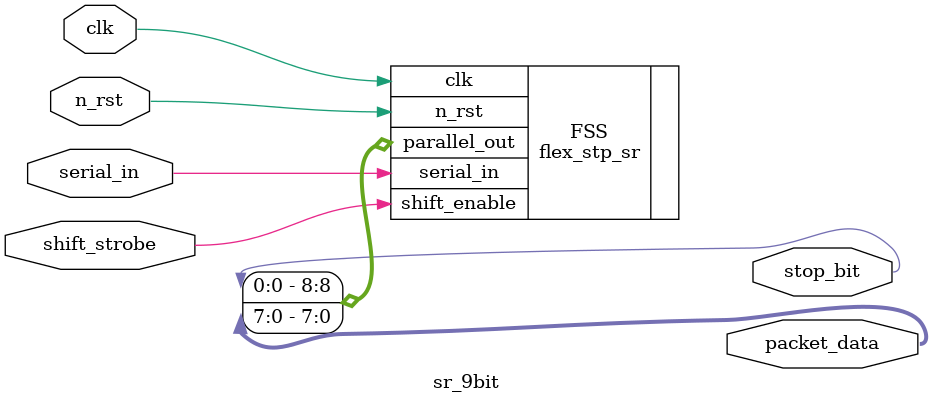
<source format=sv>

module sr_9bit
(
	input clk,
	input n_rst,
	input shift_strobe,
	input serial_in,
	output reg [7:0] packet_data,
	output stop_bit
);

	flex_stp_sr #(.NUM_BITS(9), .SHIFT_MSB(0)) FSS (
			.clk(clk), .n_rst(n_rst), 
			.shift_enable(shift_strobe),
			.serial_in(serial_in),
			.parallel_out({stop_bit,packet_data}));

endmodule

</source>
